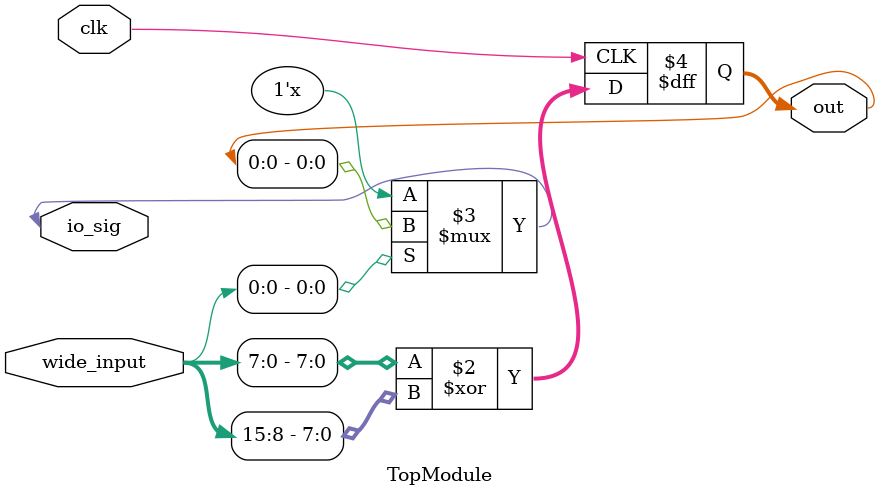
<source format=sv>
module TopModule (
  input wire clk,
  input logic [63:0] wide_input,
  output reg [7:0] out,
  inout logic io_sig
);

  always @(posedge clk) begin
    out <= wide_input[7:0] ^ wide_input[15:8];
  end

  assign io_sig = (wide_input[0]) ? out[0] : 1'bz;

endmodule
</source>
